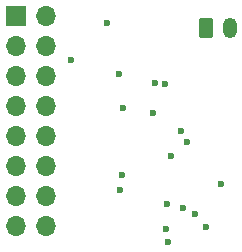
<source format=gbr>
%TF.GenerationSoftware,KiCad,Pcbnew,8.0.0*%
%TF.CreationDate,2024-04-03T23:18:40+02:00*%
%TF.ProjectId,PowerSubsystem,506f7765-7253-4756-9273-797374656d2e,rev?*%
%TF.SameCoordinates,Original*%
%TF.FileFunction,Soldermask,Bot*%
%TF.FilePolarity,Negative*%
%FSLAX46Y46*%
G04 Gerber Fmt 4.6, Leading zero omitted, Abs format (unit mm)*
G04 Created by KiCad (PCBNEW 8.0.0) date 2024-04-03 23:18:40*
%MOMM*%
%LPD*%
G01*
G04 APERTURE LIST*
G04 Aperture macros list*
%AMRoundRect*
0 Rectangle with rounded corners*
0 $1 Rounding radius*
0 $2 $3 $4 $5 $6 $7 $8 $9 X,Y pos of 4 corners*
0 Add a 4 corners polygon primitive as box body*
4,1,4,$2,$3,$4,$5,$6,$7,$8,$9,$2,$3,0*
0 Add four circle primitives for the rounded corners*
1,1,$1+$1,$2,$3*
1,1,$1+$1,$4,$5*
1,1,$1+$1,$6,$7*
1,1,$1+$1,$8,$9*
0 Add four rect primitives between the rounded corners*
20,1,$1+$1,$2,$3,$4,$5,0*
20,1,$1+$1,$4,$5,$6,$7,0*
20,1,$1+$1,$6,$7,$8,$9,0*
20,1,$1+$1,$8,$9,$2,$3,0*%
G04 Aperture macros list end*
%ADD10RoundRect,0.250000X-0.350000X-0.625000X0.350000X-0.625000X0.350000X0.625000X-0.350000X0.625000X0*%
%ADD11O,1.200000X1.750000*%
%ADD12R,1.700000X1.700000*%
%ADD13O,1.700000X1.700000*%
%ADD14C,0.600000*%
G04 APERTURE END LIST*
D10*
%TO.C,J2*%
X131760000Y-74380000D03*
D11*
X133760000Y-74380000D03*
%TD*%
D12*
%TO.C,J1*%
X115660000Y-73410000D03*
D13*
X118200000Y-73410000D03*
X115660000Y-75950000D03*
X118200000Y-75950000D03*
X115660000Y-78490000D03*
X118200000Y-78490000D03*
X115660000Y-81030000D03*
X118200000Y-81030000D03*
X115660000Y-83570000D03*
X118200000Y-83570000D03*
X115660000Y-86110000D03*
X118200000Y-86110000D03*
X115660000Y-88650000D03*
X118200000Y-88650000D03*
X115660000Y-91190000D03*
X118200000Y-91190000D03*
%TD*%
D14*
X124624000Y-86892500D03*
X130812800Y-90128500D03*
X124410000Y-78334000D03*
X131760400Y-91294900D03*
X128837600Y-85227600D03*
X124480200Y-88104100D03*
X120350300Y-77147400D03*
X123406900Y-74002500D03*
X127438200Y-79109500D03*
X128424600Y-89288000D03*
X129669500Y-83164600D03*
X128395600Y-91393300D03*
X130131200Y-84076200D03*
X129792100Y-89641000D03*
X127292700Y-81596300D03*
X124730200Y-81219400D03*
X128261700Y-79183100D03*
X132991700Y-87655800D03*
X128563000Y-92569100D03*
M02*

</source>
